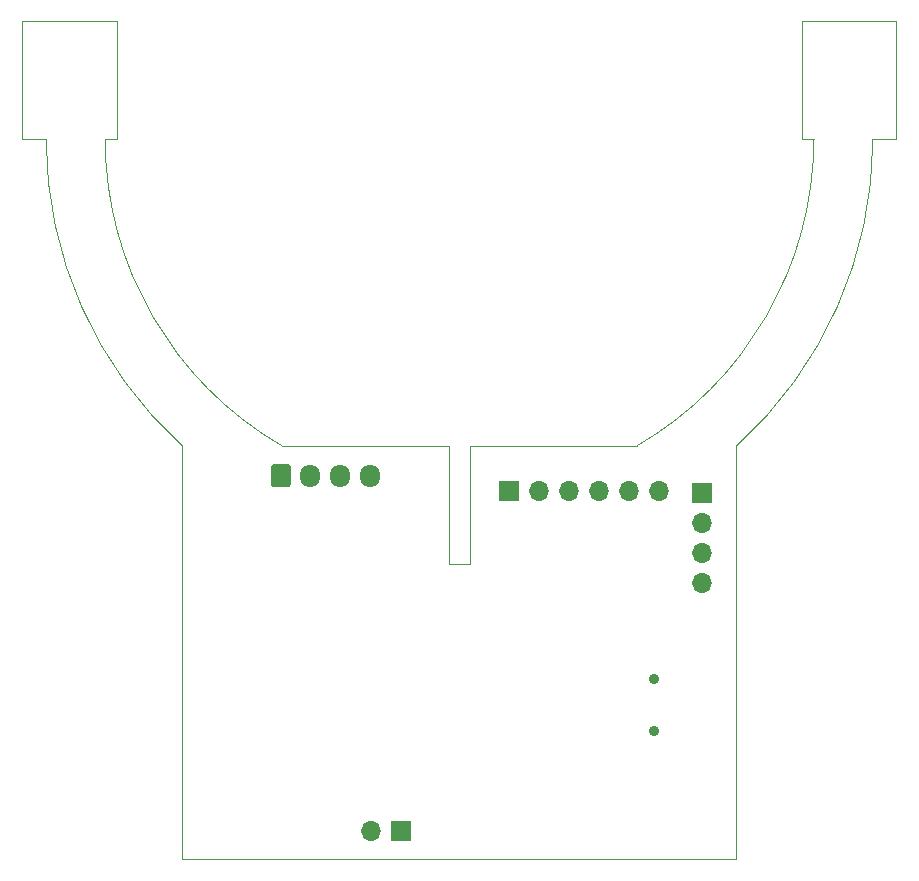
<source format=gbr>
%TF.GenerationSoftware,KiCad,Pcbnew,5.99.0-unknown-5405c09~101~ubuntu18.04.1*%
%TF.CreationDate,2020-04-21T19:36:23+03:00*%
%TF.ProjectId,Ultrasonic Flow Sensor,556c7472-6173-46f6-9e69-6320466c6f77,rev?*%
%TF.SameCoordinates,Original*%
%TF.FileFunction,Soldermask,Bot*%
%TF.FilePolarity,Negative*%
%FSLAX46Y46*%
G04 Gerber Fmt 4.6, Leading zero omitted, Abs format (unit mm)*
G04 Created by KiCad (PCBNEW 5.99.0-unknown-5405c09~101~ubuntu18.04.1) date 2020-04-21 19:36:23*
%MOMM*%
%LPD*%
G01*
G04 APERTURE LIST*
%TA.AperFunction,Profile*%
%ADD10C,0.100000*%
%TD*%
%ADD11R,1.700000X1.700000*%
%ADD12O,1.700000X1.700000*%
%ADD13O,1.700000X1.950000*%
%ADD14C,0.900000*%
G04 APERTURE END LIST*
D10*
X149136991Y-69280010D02*
X147136990Y-69280010D01*
X142136990Y-69280010D02*
G75*
G02*
X127136990Y-95260771I-29999999J0D01*
G01*
X141136991Y-69280010D02*
X141136991Y-59280010D01*
X88684912Y-95260772D02*
X88684912Y-130260772D01*
X83136991Y-59280010D02*
X83136991Y-69280010D01*
X142136990Y-69280010D02*
X141136991Y-69280010D01*
X75136991Y-69280010D02*
X75136991Y-59280010D01*
X77136991Y-69280010D02*
X75136991Y-69280010D01*
X88684912Y-95260772D02*
G75*
G02*
X77136991Y-69280010I23452079J25980762D01*
G01*
X111286991Y-95260772D02*
X111286991Y-105260772D01*
X111286991Y-95260772D02*
X97136991Y-95260772D01*
X112986991Y-95260772D02*
X127136990Y-95260771D01*
X112986991Y-105260772D02*
X112986991Y-95260772D01*
X88684912Y-130260772D02*
X135589070Y-130260772D01*
X149136991Y-59280010D02*
X149136991Y-69280010D01*
X111286991Y-105260772D02*
X112986991Y-105260772D01*
X141136991Y-59280010D02*
X149136991Y-59280010D01*
X97136991Y-95260772D02*
G75*
G02*
X82136991Y-69280010I15000000J25980762D01*
G01*
X83136991Y-69280010D02*
X82136991Y-69280010D01*
X135589070Y-130260772D02*
X135589069Y-95260771D01*
X147136990Y-69280010D02*
G75*
G02*
X135589069Y-95260771I-34999999J0D01*
G01*
X75136991Y-59280010D02*
X83136991Y-59280010D01*
X149136991Y-69280010D02*
X147136990Y-69280010D01*
X142136990Y-69280010D02*
G75*
G02*
X127136990Y-95260771I-29999999J0D01*
G01*
X141136991Y-69280010D02*
X141136991Y-59280010D01*
X88684912Y-95260772D02*
X88684912Y-130260772D01*
X83136991Y-59280010D02*
X83136991Y-69280010D01*
X142136990Y-69280010D02*
X141136991Y-69280010D01*
X75136991Y-69280010D02*
X75136991Y-59280010D01*
X77136991Y-69280010D02*
X75136991Y-69280010D01*
X88684912Y-95260772D02*
G75*
G02*
X77136991Y-69280010I23452079J25980762D01*
G01*
X111286991Y-95260772D02*
X111286991Y-105260772D01*
X111286991Y-95260772D02*
X97136991Y-95260772D01*
X112986991Y-95260772D02*
X127136990Y-95260771D01*
X112986991Y-105260772D02*
X112986991Y-95260772D01*
X88684912Y-130260772D02*
X135589070Y-130260772D01*
X149136991Y-59280010D02*
X149136991Y-69280010D01*
X111286991Y-105260772D02*
X112986991Y-105260772D01*
X141136991Y-59280010D02*
X149136991Y-59280010D01*
X97136991Y-95260772D02*
G75*
G02*
X82136991Y-69280010I15000000J25980762D01*
G01*
X83136991Y-69280010D02*
X82136991Y-69280010D01*
X135589070Y-130260772D02*
X135589069Y-95260771D01*
X147136990Y-69280010D02*
G75*
G02*
X135589069Y-95260771I-34999999J0D01*
G01*
X75136991Y-59280010D02*
X83136991Y-59280010D01*
D11*
%TO.C,J1*%
X132708990Y-99260771D03*
D12*
X132708990Y-101800771D03*
X132708990Y-104340771D03*
X132708990Y-106880771D03*
%TD*%
%TO.C,J6*%
G36*
G01*
X96171990Y-98495771D02*
X96171990Y-97045771D01*
G75*
G02*
X96421990Y-96795771I250000J0D01*
G01*
X97621990Y-96795771D01*
G75*
G02*
X97871990Y-97045771I0J-250000D01*
G01*
X97871990Y-98495771D01*
G75*
G02*
X97621990Y-98745771I-250000J0D01*
G01*
X96421990Y-98745771D01*
G75*
G02*
X96171990Y-98495771I0J250000D01*
G01*
G37*
D13*
X99521990Y-97770771D03*
X102021990Y-97770771D03*
X104521990Y-97770771D03*
%TD*%
D14*
%TO.C,J2*%
X128636990Y-119384271D03*
X128636990Y-114984271D03*
%TD*%
D11*
%TO.C,J3*%
X116325990Y-99109521D03*
D12*
X118865990Y-99109521D03*
X121405990Y-99109521D03*
X123945990Y-99109521D03*
X126485990Y-99109521D03*
X129025990Y-99109521D03*
%TD*%
D11*
%TO.C,J4*%
X107211990Y-127818657D03*
D12*
X104671990Y-127818657D03*
%TD*%
M02*

</source>
